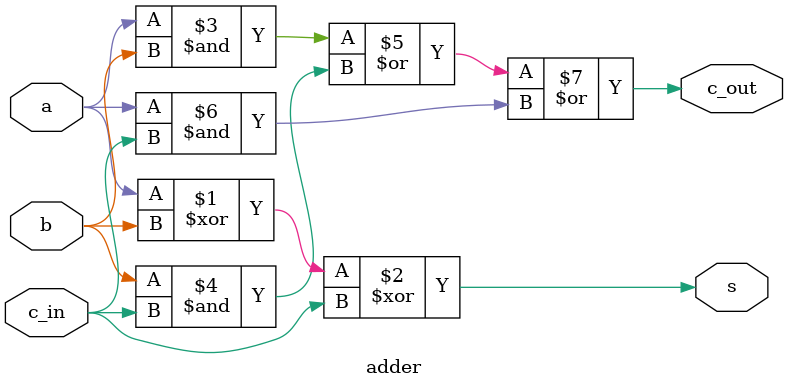
<source format=v>
`timescale 1ns / 1ns // `timescale time_unit/time_precision

module part1(a, b, c_in, s, c_out);
	input [3:0]a,b;
	input c_in;
	output [3:0]s;
	output [3:0]c_out;
	wire c1, c2, c3;
	adder bit0(a[0], b[0], c_in, s[0], c_out[0]);
	adder bit1(a[1], b[1], c_out[0], s[1], c_out[1]);
	adder bit2(a[2], b[2], c_out[1], s[2], c_out[2]);
	adder bit3(a[3], b[3], c_out[2], s[3], c_out[3]);
endmodule


module adder(input a, b, c_in, output s, c_out);
	assign s = a^b^c_in;
	assign c_out = (a & b)|(b & c_in)|(a & c_in);
endmodule

</source>
